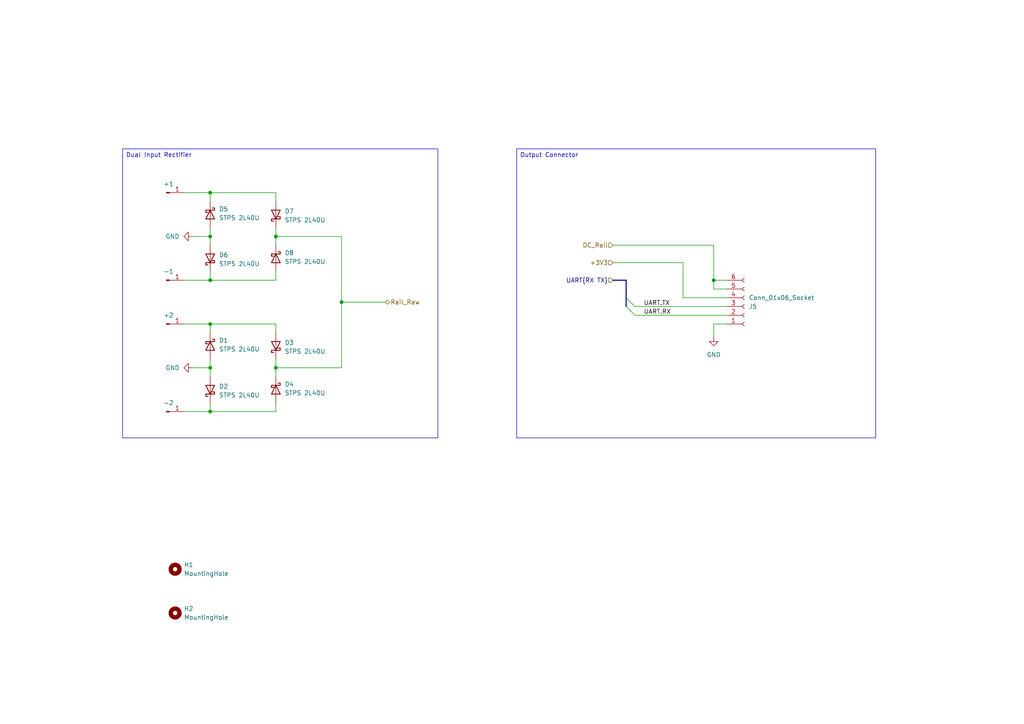
<source format=kicad_sch>
(kicad_sch (version 20230121) (generator eeschema)
  (paper "A4")
  (title_block (title "Input and Output Connectors") (rev "A") (company "Sebastian Oberschwendtner") (comment 1 "OTP-24 oTrain Control - Rail Transceiver") (comment 2 "www.github.com/SebastianOberschwendtner/OTP24-oTrainControl"))
  (lib_symbols
    (symbol "Connector:Conn_01x01_Pin" (pin_names (offset 1.016) hide)
      (property "Reference" "J" (at 0 2.54 0))
      (property "Value" "Conn_01x01_Pin" (at 0 -2.54 0))
      (symbol "Conn_01x01_Pin_1_1"
        (polyline (pts (xy 1.27 0) (xy 0.8636 0)) (stroke (width 0.1524)))
        (rectangle (start 0.8636 0.127) (end 0 -0.127) (stroke (width 0.1524)) (fill (type outline)))
        (pin passive line (at 5.08 0 180) (length 3.81) (name "Pin_1") (number "1"))
      )
    )
    (symbol "Connector:Conn_01x06_Socket" (pin_names (offset 1.016) hide)
      (property "Reference" "J" (at 0 7.62 0))
      (property "Value" "Conn_01x06_Socket" (at 0 -10.16 0))
      (symbol "Conn_01x06_Socket_1_1"
        (arc (start 0 -7.112) (mid -0.5058 -7.62) (end 0 -8.128) (stroke (width 0.1524)))
        (arc (start 0 -4.572) (mid -0.5058 -5.08) (end 0 -5.588) (stroke (width 0.1524)))
        (arc (start 0 -2.032) (mid -0.5058 -2.54) (end 0 -3.048) (stroke (width 0.1524)))
        (polyline (pts (xy -1.27 -7.62) (xy -0.508 -7.62)) (stroke (width 0.1524)))
        (polyline (pts (xy -1.27 -5.08) (xy -0.508 -5.08)) (stroke (width 0.1524)))
        (polyline (pts (xy -1.27 -2.54) (xy -0.508 -2.54)) (stroke (width 0.1524)))
        (polyline (pts (xy -1.27 0) (xy -0.508 0)) (stroke (width 0.1524)))
        (polyline (pts (xy -1.27 2.54) (xy -0.508 2.54)) (stroke (width 0.1524)))
        (polyline (pts (xy -1.27 5.08) (xy -0.508 5.08)) (stroke (width 0.1524)))
        (arc (start 0 0.508) (mid -0.5058 0) (end 0 -0.508) (stroke (width 0.1524)))
        (arc (start 0 3.048) (mid -0.5058 2.54) (end 0 2.032) (stroke (width 0.1524)))
        (arc (start 0 5.588) (mid -0.5058 5.08) (end 0 4.572) (stroke (width 0.1524)))
        (pin passive line (at -5.08 5.08 0) (length 3.81) (name "Pin_1") (number "1"))
        (pin passive line (at -5.08 2.54 0) (length 3.81) (name "Pin_2") (number "2"))
        (pin passive line (at -5.08 0 0) (length 3.81) (name "Pin_3") (number "3"))
        (pin passive line (at -5.08 -2.54 0) (length 3.81) (name "Pin_4") (number "4"))
        (pin passive line (at -5.08 -5.08 0) (length 3.81) (name "Pin_5") (number "5"))
        (pin passive line (at -5.08 -7.62 0) (length 3.81) (name "Pin_6") (number "6"))
      )
    )
    (symbol "Device:D_Schottky" (pin_numbers hide) (pin_names (offset 1.016) hide)
      (property "Reference" "D" (at 0 2.54 0))
      (property "Value" "D_Schottky" (at 0 -2.54 0))
      (symbol "D_Schottky_0_1"
        (polyline (pts (xy 1.27 0) (xy -1.27 0)))
        (polyline (pts (xy 1.27 1.27) (xy 1.27 -1.27) (xy -1.27 0) (xy 1.27 1.27)) (stroke (width 0.254)))
        (polyline (pts (xy -1.905 0.635) (xy -1.905 1.27) (xy -1.27 1.27) (xy -1.27 -1.27) (xy -0.635 -1.27) (xy -0.635 -0.635)) (stroke (width 0.254)))
      )
      (symbol "D_Schottky_1_1"
        (pin passive line (at -3.81 0 0) (length 2.54) (name "K") (number "1"))
        (pin passive line (at 3.81 0 180) (length 2.54) (name "A") (number "2"))
      )
    )
    (symbol "Mechanical:MountingHole" (pin_names (offset 1.016))
      (property "Reference" "H" (at 0 5.08 0))
      (property "Value" "MountingHole" (at 0 3.175 0))
      (symbol "MountingHole_0_1"
        (circle (center 0 0) (radius 1.27) (stroke (width 1.27)))
      )
    )
    (symbol "power:GND" (power) (pin_names (offset 0))
      (property "Value" "GND" (at 0 -3.81 0))
      (symbol "GND_0_1"
        (polyline (pts (xy 0 0) (xy 0 -1.27) (xy 1.27 -1.27) (xy 0 -2.54) (xy -1.27 -1.27) (xy 0 -1.27)))
      )
      (symbol "GND_1_1"
        (pin power_in line (at 0 0 270) (length 0) hide (name "GND") (number "1"))
      )
    )
  )
  (junction (at 80.01 106.68))
  (junction (at 60.96 106.68))
  (junction (at 80.01 68.58))
  (junction (at 60.96 81.28))
  (junction (at 99.06 87.63))
  (junction (at 60.96 55.88))
  (junction (at 60.96 119.38))
  (junction (at 60.96 93.98))
  (junction (at 60.96 68.58))
  (junction (at 207.01 81.28))
  (bus_entry (at 184.15 88.9) (size -2.54 -2.54))
  (bus_entry (at 184.15 91.44) (size -2.54 -2.54))
  (wire (pts (xy 80.01 55.88) (xy 80.01 58.42)))
  (wire (pts (xy 207.01 81.28) (xy 210.82 81.28)))
  (wire (pts (xy 60.96 66.04) (xy 60.96 68.58)))
  (wire (pts (xy 55.88 68.58) (xy 60.96 68.58)))
  (wire (pts (xy 80.01 68.58) (xy 80.01 71.12)))
  (wire (pts (xy 80.01 106.68) (xy 80.01 109.22)))
  (wire (pts (xy 60.96 55.88) (xy 80.01 55.88)))
  (wire (pts (xy 60.96 68.58) (xy 60.96 71.12)))
  (wire (pts (xy 60.96 78.74) (xy 60.96 81.28)))
  (wire (pts (xy 99.06 106.68) (xy 80.01 106.68)))
  (wire (pts (xy 60.96 93.98) (xy 80.01 93.98)))
  (wire (pts (xy 177.8 76.2) (xy 198.12 76.2)))
  (wire (pts (xy 53.34 55.88) (xy 60.96 55.88)))
  (wire (pts (xy 184.15 91.44) (xy 210.82 91.44)))
  (wire (pts (xy 55.88 106.68) (xy 60.96 106.68)))
  (wire (pts (xy 99.06 87.63) (xy 99.06 68.58)))
  (bus (pts (xy 181.61 81.28) (xy 181.61 86.36)))
  (wire (pts (xy 198.12 76.2) (xy 198.12 86.36)))
  (wire (pts (xy 99.06 68.58) (xy 80.01 68.58)))
  (wire (pts (xy 111.76 87.63) (xy 99.06 87.63)))
  (wire (pts (xy 53.34 119.38) (xy 60.96 119.38)))
  (wire (pts (xy 207.01 71.12) (xy 177.8 71.12)))
  (wire (pts (xy 60.96 96.52) (xy 60.96 93.98)))
  (wire (pts (xy 210.82 83.82) (xy 207.01 83.82)))
  (wire (pts (xy 60.96 58.42) (xy 60.96 55.88)))
  (wire (pts (xy 207.01 83.82) (xy 207.01 81.28)))
  (wire (pts (xy 80.01 93.98) (xy 80.01 96.52)))
  (wire (pts (xy 80.01 104.14) (xy 80.01 106.68)))
  (bus (pts (xy 177.8 81.28) (xy 181.61 81.28)))
  (wire (pts (xy 207.01 71.12) (xy 207.01 81.28)))
  (wire (pts (xy 80.01 66.04) (xy 80.01 68.58)))
  (wire (pts (xy 53.34 93.98) (xy 60.96 93.98)))
  (wire (pts (xy 198.12 86.36) (xy 210.82 86.36)))
  (wire (pts (xy 207.01 93.98) (xy 207.01 97.79)))
  (wire (pts (xy 99.06 87.63) (xy 99.06 106.68)))
  (wire (pts (xy 184.15 88.9) (xy 210.82 88.9)))
  (wire (pts (xy 60.96 116.84) (xy 60.96 119.38)))
  (wire (pts (xy 80.01 119.38) (xy 80.01 116.84)))
  (wire (pts (xy 60.96 106.68) (xy 60.96 109.22)))
  (bus (pts (xy 181.61 86.36) (xy 181.61 88.9)))
  (wire (pts (xy 210.82 93.98) (xy 207.01 93.98)))
  (wire (pts (xy 53.34 81.28) (xy 60.96 81.28)))
  (wire (pts (xy 80.01 81.28) (xy 80.01 78.74)))
  (wire (pts (xy 60.96 81.28) (xy 80.01 81.28)))
  (wire (pts (xy 60.96 104.14) (xy 60.96 106.68)))
  (wire (pts (xy 60.96 119.38) (xy 80.01 119.38)))
  (text_box "Output Connector" (at 149.86 43.18 0) (size 104.14 83.82) (effects (font (size 1.27 1.27)) (justify left top)))
  (text_box "Dual Input Rectifier" (at 35.56 43.18 0) (size 91.44 83.82) (effects (font (size 1.27 1.27)) (justify left top)))
  (label "UART.RX" (at 186.69 91.44 0))
  (label "UART.TX" (at 186.69 88.9 0))
  (hierarchical_label "DC_Rail" (shape input) (at 177.8 71.12 180))
  (hierarchical_label "+3V3" (shape input) (at 177.8 76.2 180))
  (hierarchical_label "UART{RX TX}" (shape input) (at 177.8 81.28 180))
  (hierarchical_label "Rail_Raw" (shape bidirectional) (at 111.76 87.63 0))
  (symbol (lib_id "Connector:Conn_01x01_Pin") (at 48.26 81.28 0) (unit 1)
    (property "Reference" "-1" (at 48.895 78.74 0))
    (property "Value" "Conn_01x01_Pin" (effects hide))
    (property "Footprint" "Connector_Wire:SolderWirePad_1x01_SMD_1x2mm" (effects hide))
  )
  (symbol (lib_id "Device:D_Schottky") (at 60.96 62.23 270) (unit 1)
    (property "Reference" "D5" (at 63.5 60.6425 90) (effects (justify left)))
    (property "Value" "STPS 2L40U" (at 63.5 63.1825 90) (effects (justify left)))
    (property "Footprint" "Diode_SMD:D_SMB" (effects hide))
  )
  (symbol (lib_id "power:GND") (at 207.01 97.79 0) (unit 1)
    (property "Reference" "#PWR021" (effects hide))
    (property "Value" "GND" (at 207.01 102.87 0))
  )
  (symbol (lib_id "Device:D_Schottky") (at 60.96 113.03 90) (unit 1)
    (property "Reference" "D2" (at 63.5 112.0775 90) (effects (justify right)))
    (property "Value" "STPS 2L40U" (at 63.5 114.6175 90) (effects (justify right)))
    (property "Footprint" "Diode_SMD:D_SMB" (effects hide))
  )
  (symbol (lib_id "Device:D_Schottky") (at 60.96 100.33 270) (unit 1)
    (property "Reference" "D1" (at 63.5 98.7425 90) (effects (justify left)))
    (property "Value" "STPS 2L40U" (at 63.5 101.2825 90) (effects (justify left)))
    (property "Footprint" "Diode_SMD:D_SMB" (effects hide))
  )
  (symbol (lib_id "Device:D_Schottky") (at 60.96 74.93 90) (unit 1)
    (property "Reference" "D6" (at 63.5 73.9775 90) (effects (justify right)))
    (property "Value" "STPS 2L40U" (at 63.5 76.5175 90) (effects (justify right)))
    (property "Footprint" "Diode_SMD:D_SMB" (effects hide))
  )
  (symbol (lib_id "Connector:Conn_01x01_Pin") (at 48.26 119.38 0) (unit 1)
    (property "Reference" "-2" (at 48.895 116.84 0))
    (property "Value" "Conn_01x01_Pin" (effects hide))
    (property "Footprint" "Connector_Wire:SolderWirePad_1x01_SMD_1x2mm" (effects hide))
  )
  (symbol (lib_id "Device:D_Schottky") (at 80.01 62.23 90) (unit 1)
    (property "Reference" "D7" (at 82.55 61.2775 90) (effects (justify right)))
    (property "Value" "STPS 2L40U" (at 82.55 63.8175 90) (effects (justify right)))
    (property "Footprint" "Diode_SMD:D_SMB" (effects hide))
  )
  (symbol (lib_id "Device:D_Schottky") (at 80.01 74.93 270) (unit 1)
    (property "Reference" "D8" (at 82.55 73.3425 90) (effects (justify left)))
    (property "Value" "STPS 2L40U" (at 82.55 75.8825 90) (effects (justify left)))
    (property "Footprint" "Diode_SMD:D_SMB" (effects hide))
  )
  (symbol (lib_id "Device:D_Schottky") (at 80.01 113.03 270) (unit 1)
    (property "Reference" "D4" (at 82.55 111.4425 90) (effects (justify left)))
    (property "Value" "STPS 2L40U" (at 82.55 113.9825 90) (effects (justify left)))
    (property "Footprint" "Diode_SMD:D_SMB" (effects hide))
  )
  (symbol (lib_id "Mechanical:MountingHole") (at 50.8 165.1 0) (unit 1) (in_bom no)
    (property "Reference" "H1" (at 53.34 163.83 0) (effects (justify left)))
    (property "Value" "MountingHole" (at 53.34 166.37 0) (effects (justify left)))
    (property "Footprint" "MountingHole:MountingHole_2.2mm_M2" (effects hide))
  )
  (symbol (lib_id "Mechanical:MountingHole") (at 50.8 177.8 0) (unit 1) (in_bom no)
    (property "Reference" "H2" (at 53.34 176.53 0) (effects (justify left)))
    (property "Value" "MountingHole" (at 53.34 179.07 0) (effects (justify left)))
    (property "Footprint" "MountingHole:MountingHole_2.2mm_M2" (effects hide))
  )
  (symbol (lib_id "Device:D_Schottky") (at 80.01 100.33 90) (unit 1)
    (property "Reference" "D3" (at 82.55 99.3775 90) (effects (justify right)))
    (property "Value" "STPS 2L40U" (at 82.55 101.9175 90) (effects (justify right)))
    (property "Footprint" "Diode_SMD:D_SMB" (effects hide))
  )
  (symbol (lib_id "Connector:Conn_01x06_Socket") (at 215.9 88.9 0) (mirror x) (unit 1)
    (property "Reference" "J5" (at 217.17 88.9 0) (effects (justify left)))
    (property "Value" "Conn_01x06_Socket" (at 217.17 86.36 0) (effects (justify left)))
    (property "Footprint" "Connector_Molex:Molex_SPOX_5268-06A_1x06_P2.50mm_Horizontal" (effects hide))
  )
  (symbol (lib_id "power:GND") (at 55.88 106.68 270) (unit 1)
    (property "Reference" "#PWR020" (effects hide))
    (property "Value" "GND" (at 52.07 106.68 90) (effects (justify right)))
  )
  (symbol (lib_id "Connector:Conn_01x01_Pin") (at 48.26 93.98 0) (unit 1)
    (property "Reference" "+2" (at 48.895 91.44 0))
    (property "Value" "Conn_01x01_Pin" (effects hide))
    (property "Footprint" "Connector_Wire:SolderWirePad_1x01_SMD_1x2mm" (effects hide))
  )
  (symbol (lib_id "power:GND") (at 55.88 68.58 270) (unit 1)
    (property "Reference" "#PWR01" (effects hide))
    (property "Value" "GND" (at 52.07 68.58 90) (effects (justify right)))
  )
  (symbol (lib_id "Connector:Conn_01x01_Pin") (at 48.26 55.88 0) (unit 1)
    (property "Reference" "+1" (at 48.895 53.34 0))
    (property "Value" "Conn_01x01_Pin" (effects hide))
    (property "Footprint" "Connector_Wire:SolderWirePad_1x01_SMD_1x2mm" (effects hide))
  )
)
</source>
